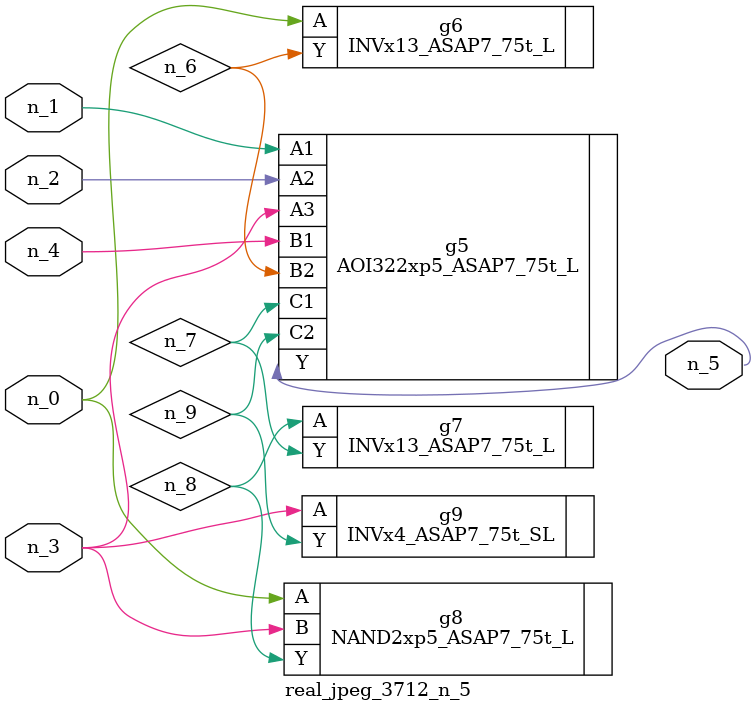
<source format=v>
module real_jpeg_3712_n_5 (n_4, n_0, n_1, n_2, n_3, n_5);

input n_4;
input n_0;
input n_1;
input n_2;
input n_3;

output n_5;

wire n_8;
wire n_6;
wire n_7;
wire n_9;

INVx13_ASAP7_75t_L g6 ( 
.A(n_0),
.Y(n_6)
);

NAND2xp5_ASAP7_75t_L g8 ( 
.A(n_0),
.B(n_3),
.Y(n_8)
);

AOI322xp5_ASAP7_75t_L g5 ( 
.A1(n_1),
.A2(n_2),
.A3(n_3),
.B1(n_4),
.B2(n_6),
.C1(n_7),
.C2(n_9),
.Y(n_5)
);

INVx4_ASAP7_75t_SL g9 ( 
.A(n_3),
.Y(n_9)
);

INVx13_ASAP7_75t_L g7 ( 
.A(n_8),
.Y(n_7)
);


endmodule
</source>
